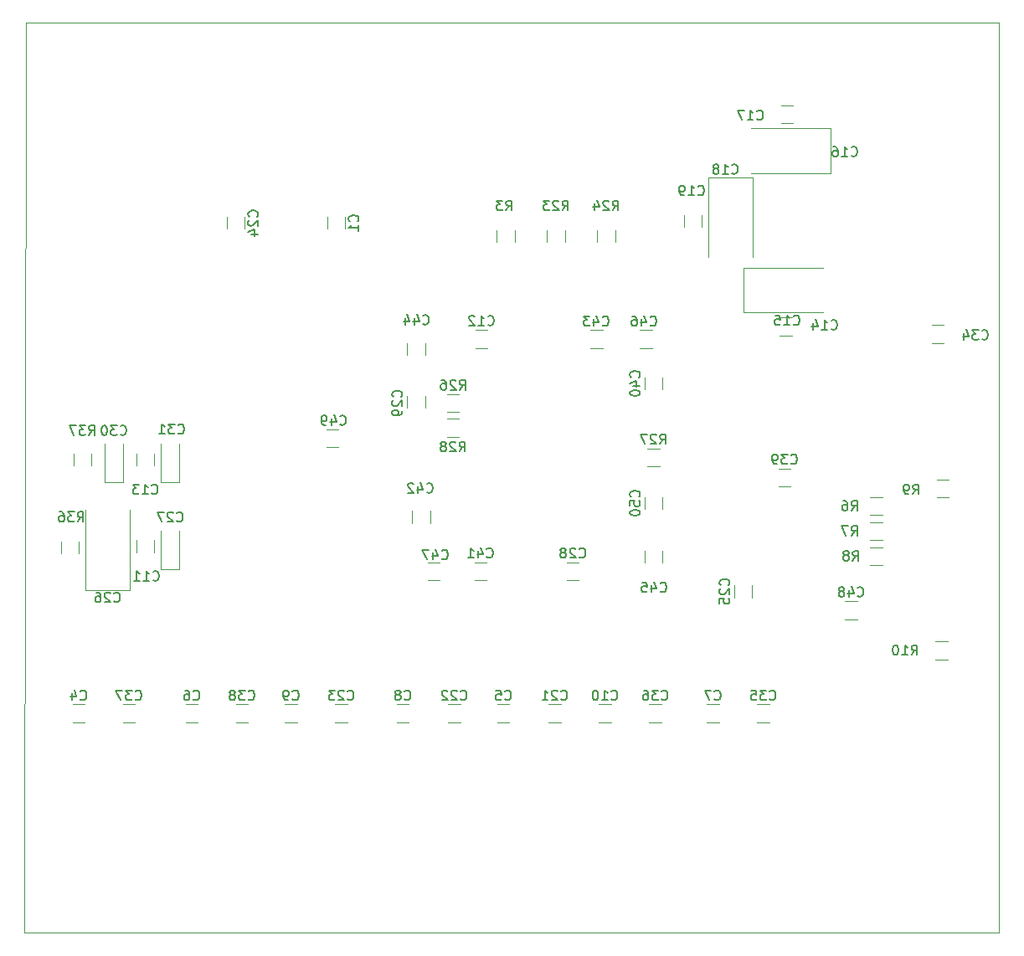
<source format=gbr>
G04 #@! TF.GenerationSoftware,KiCad,Pcbnew,5.1.5+dfsg1-2build2*
G04 #@! TF.CreationDate,2021-07-06T13:38:07+01:00*
G04 #@! TF.ProjectId,Video+Sound,56696465-6f2b-4536-9f75-6e642e6b6963,rev?*
G04 #@! TF.SameCoordinates,Original*
G04 #@! TF.FileFunction,Legend,Bot*
G04 #@! TF.FilePolarity,Positive*
%FSLAX46Y46*%
G04 Gerber Fmt 4.6, Leading zero omitted, Abs format (unit mm)*
G04 Created by KiCad (PCBNEW 5.1.5+dfsg1-2build2) date 2021-07-06 13:38:07*
%MOMM*%
%LPD*%
G04 APERTURE LIST*
%ADD10C,0.050000*%
%ADD11C,0.120000*%
%ADD12C,0.150000*%
G04 APERTURE END LIST*
D10*
X74041000Y-63500000D02*
X73914000Y-155575000D01*
X172466000Y-63500000D02*
X74041000Y-63500000D01*
X172466000Y-155575000D02*
X172466000Y-63500000D01*
X73914000Y-155575000D02*
X172466000Y-155575000D01*
D11*
X147548000Y-79156000D02*
X147548000Y-87216000D01*
X143028000Y-79156000D02*
X147548000Y-79156000D01*
X143028000Y-87216000D02*
X143028000Y-79156000D01*
X155413000Y-78714000D02*
X147353000Y-78714000D01*
X155413000Y-74194000D02*
X155413000Y-78714000D01*
X147353000Y-74194000D02*
X155413000Y-74194000D01*
X146593000Y-88291000D02*
X154653000Y-88291000D01*
X146593000Y-92811000D02*
X146593000Y-88291000D01*
X154653000Y-92811000D02*
X146593000Y-92811000D01*
X166848064Y-95906000D02*
X165643936Y-95906000D01*
X166848064Y-94086000D02*
X165643936Y-94086000D01*
X142388000Y-82960936D02*
X142388000Y-84165064D01*
X140568000Y-82960936D02*
X140568000Y-84165064D01*
X151602064Y-73681000D02*
X150397936Y-73681000D01*
X151602064Y-71861000D02*
X150397936Y-71861000D01*
X150273936Y-93324000D02*
X151478064Y-93324000D01*
X150273936Y-95144000D02*
X151478064Y-95144000D01*
X80036000Y-120869000D02*
X80036000Y-112809000D01*
X84556000Y-120869000D02*
X80036000Y-120869000D01*
X84556000Y-112809000D02*
X84556000Y-120869000D01*
X138410000Y-111497936D02*
X138410000Y-112702064D01*
X136590000Y-111497936D02*
X136590000Y-112702064D01*
X112590000Y-102452064D02*
X112590000Y-101247936D01*
X114410000Y-102452064D02*
X114410000Y-101247936D01*
X129952064Y-119910000D02*
X128747936Y-119910000D01*
X129952064Y-118090000D02*
X128747936Y-118090000D01*
X120702064Y-96410000D02*
X119497936Y-96410000D01*
X120702064Y-94590000D02*
X119497936Y-94590000D01*
X104426936Y-106447000D02*
X105631064Y-106447000D01*
X104426936Y-104627000D02*
X105631064Y-104627000D01*
X158082064Y-122026000D02*
X156877936Y-122026000D01*
X158082064Y-123846000D02*
X156877936Y-123846000D01*
X136590000Y-118102064D02*
X136590000Y-116897936D01*
X138410000Y-118102064D02*
X138410000Y-116897936D01*
X114647936Y-118090000D02*
X115852064Y-118090000D01*
X114647936Y-119910000D02*
X115852064Y-119910000D01*
X136147936Y-94590000D02*
X137352064Y-94590000D01*
X136147936Y-96410000D02*
X137352064Y-96410000D01*
X112590000Y-95897936D02*
X112590000Y-97102064D01*
X114410000Y-95897936D02*
X114410000Y-97102064D01*
X131147936Y-96410000D02*
X132352064Y-96410000D01*
X131147936Y-94590000D02*
X132352064Y-94590000D01*
X113090000Y-114102064D02*
X113090000Y-112897936D01*
X114910000Y-114102064D02*
X114910000Y-112897936D01*
X120602064Y-119910000D02*
X119397936Y-119910000D01*
X120602064Y-118090000D02*
X119397936Y-118090000D01*
X138410000Y-99397936D02*
X138410000Y-100602064D01*
X136590000Y-99397936D02*
X136590000Y-100602064D01*
X150147936Y-110410000D02*
X151352064Y-110410000D01*
X150147936Y-108590000D02*
X151352064Y-108590000D01*
X117852064Y-103590000D02*
X116647936Y-103590000D01*
X117852064Y-105410000D02*
X116647936Y-105410000D01*
X136897936Y-108410000D02*
X138102064Y-108410000D01*
X136897936Y-106590000D02*
X138102064Y-106590000D01*
X117852064Y-101090000D02*
X116647936Y-101090000D01*
X117852064Y-102910000D02*
X116647936Y-102910000D01*
X87016000Y-108298064D02*
X87016000Y-107093936D01*
X85196000Y-108298064D02*
X85196000Y-107093936D01*
X87016000Y-117061064D02*
X87016000Y-115856936D01*
X85196000Y-117061064D02*
X85196000Y-115856936D01*
X89581000Y-106096000D02*
X89581000Y-110006000D01*
X89581000Y-110006000D02*
X87711000Y-110006000D01*
X87711000Y-110006000D02*
X87711000Y-106096000D01*
X83866000Y-106096000D02*
X83866000Y-110006000D01*
X83866000Y-110006000D02*
X81996000Y-110006000D01*
X81996000Y-110006000D02*
X81996000Y-106096000D01*
X89581000Y-114859000D02*
X89581000Y-118769000D01*
X89581000Y-118769000D02*
X87711000Y-118769000D01*
X87711000Y-118769000D02*
X87711000Y-114859000D01*
X131997936Y-134260000D02*
X133202064Y-134260000D01*
X131997936Y-132440000D02*
X133202064Y-132440000D01*
X100244936Y-134260000D02*
X101449064Y-134260000D01*
X100244936Y-132440000D02*
X101449064Y-132440000D01*
X111547936Y-134260000D02*
X112752064Y-134260000D01*
X111547936Y-132440000D02*
X112752064Y-132440000D01*
X142907936Y-134260000D02*
X144112064Y-134260000D01*
X142907936Y-132440000D02*
X144112064Y-132440000D01*
X90202936Y-134260000D02*
X91407064Y-134260000D01*
X90202936Y-132440000D02*
X91407064Y-132440000D01*
X121707936Y-134260000D02*
X122912064Y-134260000D01*
X121707936Y-132440000D02*
X122912064Y-132440000D01*
X78772936Y-134260000D02*
X79977064Y-134260000D01*
X78772936Y-132440000D02*
X79977064Y-132440000D01*
X166021936Y-126090000D02*
X167226064Y-126090000D01*
X166021936Y-127910000D02*
X167226064Y-127910000D01*
X166145936Y-109707000D02*
X167350064Y-109707000D01*
X166145936Y-111527000D02*
X167350064Y-111527000D01*
X160622064Y-116565000D02*
X159417936Y-116565000D01*
X160622064Y-118385000D02*
X159417936Y-118385000D01*
X160622064Y-114025000D02*
X159417936Y-114025000D01*
X160622064Y-115845000D02*
X159417936Y-115845000D01*
X160622064Y-111485000D02*
X159417936Y-111485000D01*
X160622064Y-113305000D02*
X159417936Y-113305000D01*
X80666000Y-108298064D02*
X80666000Y-107093936D01*
X78846000Y-108298064D02*
X78846000Y-107093936D01*
X79396000Y-117185064D02*
X79396000Y-115980936D01*
X77576000Y-117185064D02*
X77576000Y-115980936D01*
X133625000Y-85695064D02*
X133625000Y-84490936D01*
X131805000Y-85695064D02*
X131805000Y-84490936D01*
X128545000Y-85695064D02*
X128545000Y-84490936D01*
X126725000Y-85695064D02*
X126725000Y-84490936D01*
X121645000Y-84490936D02*
X121645000Y-85695064D01*
X123465000Y-84490936D02*
X123465000Y-85695064D01*
X145648000Y-120428936D02*
X145648000Y-121633064D01*
X147468000Y-120428936D02*
X147468000Y-121633064D01*
X96160000Y-84362064D02*
X96160000Y-83157936D01*
X94340000Y-84362064D02*
X94340000Y-83157936D01*
X105327936Y-134260000D02*
X106532064Y-134260000D01*
X105327936Y-132440000D02*
X106532064Y-132440000D01*
X116757936Y-134260000D02*
X117962064Y-134260000D01*
X116757936Y-132440000D02*
X117962064Y-132440000D01*
X126917936Y-134260000D02*
X128122064Y-134260000D01*
X126917936Y-132440000D02*
X128122064Y-132440000D01*
X95282936Y-134260000D02*
X96487064Y-134260000D01*
X95282936Y-132440000D02*
X96487064Y-132440000D01*
X83852936Y-134260000D02*
X85057064Y-134260000D01*
X83852936Y-132440000D02*
X85057064Y-132440000D01*
X137077936Y-134260000D02*
X138282064Y-134260000D01*
X137077936Y-132440000D02*
X138282064Y-132440000D01*
X147987936Y-134260000D02*
X149192064Y-134260000D01*
X147987936Y-132440000D02*
X149192064Y-132440000D01*
X106320000Y-84362064D02*
X106320000Y-83157936D01*
X104500000Y-84362064D02*
X104500000Y-83157936D01*
D12*
X145422857Y-78716142D02*
X145470476Y-78763761D01*
X145613333Y-78811380D01*
X145708571Y-78811380D01*
X145851428Y-78763761D01*
X145946666Y-78668523D01*
X145994285Y-78573285D01*
X146041904Y-78382809D01*
X146041904Y-78239952D01*
X145994285Y-78049476D01*
X145946666Y-77954238D01*
X145851428Y-77859000D01*
X145708571Y-77811380D01*
X145613333Y-77811380D01*
X145470476Y-77859000D01*
X145422857Y-77906619D01*
X144470476Y-78811380D02*
X145041904Y-78811380D01*
X144756190Y-78811380D02*
X144756190Y-77811380D01*
X144851428Y-77954238D01*
X144946666Y-78049476D01*
X145041904Y-78097095D01*
X143899047Y-78239952D02*
X143994285Y-78192333D01*
X144041904Y-78144714D01*
X144089523Y-78049476D01*
X144089523Y-78001857D01*
X144041904Y-77906619D01*
X143994285Y-77859000D01*
X143899047Y-77811380D01*
X143708571Y-77811380D01*
X143613333Y-77859000D01*
X143565714Y-77906619D01*
X143518095Y-78001857D01*
X143518095Y-78049476D01*
X143565714Y-78144714D01*
X143613333Y-78192333D01*
X143708571Y-78239952D01*
X143899047Y-78239952D01*
X143994285Y-78287571D01*
X144041904Y-78335190D01*
X144089523Y-78430428D01*
X144089523Y-78620904D01*
X144041904Y-78716142D01*
X143994285Y-78763761D01*
X143899047Y-78811380D01*
X143708571Y-78811380D01*
X143613333Y-78763761D01*
X143565714Y-78716142D01*
X143518095Y-78620904D01*
X143518095Y-78430428D01*
X143565714Y-78335190D01*
X143613333Y-78287571D01*
X143708571Y-78239952D01*
X157487857Y-76938142D02*
X157535476Y-76985761D01*
X157678333Y-77033380D01*
X157773571Y-77033380D01*
X157916428Y-76985761D01*
X158011666Y-76890523D01*
X158059285Y-76795285D01*
X158106904Y-76604809D01*
X158106904Y-76461952D01*
X158059285Y-76271476D01*
X158011666Y-76176238D01*
X157916428Y-76081000D01*
X157773571Y-76033380D01*
X157678333Y-76033380D01*
X157535476Y-76081000D01*
X157487857Y-76128619D01*
X156535476Y-77033380D02*
X157106904Y-77033380D01*
X156821190Y-77033380D02*
X156821190Y-76033380D01*
X156916428Y-76176238D01*
X157011666Y-76271476D01*
X157106904Y-76319095D01*
X155678333Y-76033380D02*
X155868809Y-76033380D01*
X155964047Y-76081000D01*
X156011666Y-76128619D01*
X156106904Y-76271476D01*
X156154523Y-76461952D01*
X156154523Y-76842904D01*
X156106904Y-76938142D01*
X156059285Y-76985761D01*
X155964047Y-77033380D01*
X155773571Y-77033380D01*
X155678333Y-76985761D01*
X155630714Y-76938142D01*
X155583095Y-76842904D01*
X155583095Y-76604809D01*
X155630714Y-76509571D01*
X155678333Y-76461952D01*
X155773571Y-76414333D01*
X155964047Y-76414333D01*
X156059285Y-76461952D01*
X156106904Y-76509571D01*
X156154523Y-76604809D01*
X151645857Y-94008142D02*
X151693476Y-94055761D01*
X151836333Y-94103380D01*
X151931571Y-94103380D01*
X152074428Y-94055761D01*
X152169666Y-93960523D01*
X152217285Y-93865285D01*
X152264904Y-93674809D01*
X152264904Y-93531952D01*
X152217285Y-93341476D01*
X152169666Y-93246238D01*
X152074428Y-93151000D01*
X151931571Y-93103380D01*
X151836333Y-93103380D01*
X151693476Y-93151000D01*
X151645857Y-93198619D01*
X150693476Y-94103380D02*
X151264904Y-94103380D01*
X150979190Y-94103380D02*
X150979190Y-93103380D01*
X151074428Y-93246238D01*
X151169666Y-93341476D01*
X151264904Y-93389095D01*
X149788714Y-93103380D02*
X150264904Y-93103380D01*
X150312523Y-93579571D01*
X150264904Y-93531952D01*
X150169666Y-93484333D01*
X149931571Y-93484333D01*
X149836333Y-93531952D01*
X149788714Y-93579571D01*
X149741095Y-93674809D01*
X149741095Y-93912904D01*
X149788714Y-94008142D01*
X149836333Y-94055761D01*
X149931571Y-94103380D01*
X150169666Y-94103380D01*
X150264904Y-94055761D01*
X150312523Y-94008142D01*
X170701857Y-95480142D02*
X170749476Y-95527761D01*
X170892333Y-95575380D01*
X170987571Y-95575380D01*
X171130428Y-95527761D01*
X171225666Y-95432523D01*
X171273285Y-95337285D01*
X171320904Y-95146809D01*
X171320904Y-95003952D01*
X171273285Y-94813476D01*
X171225666Y-94718238D01*
X171130428Y-94623000D01*
X170987571Y-94575380D01*
X170892333Y-94575380D01*
X170749476Y-94623000D01*
X170701857Y-94670619D01*
X170368523Y-94575380D02*
X169749476Y-94575380D01*
X170082809Y-94956333D01*
X169939952Y-94956333D01*
X169844714Y-95003952D01*
X169797095Y-95051571D01*
X169749476Y-95146809D01*
X169749476Y-95384904D01*
X169797095Y-95480142D01*
X169844714Y-95527761D01*
X169939952Y-95575380D01*
X170225666Y-95575380D01*
X170320904Y-95527761D01*
X170368523Y-95480142D01*
X168892333Y-94908714D02*
X168892333Y-95575380D01*
X169130428Y-94527761D02*
X169368523Y-95242047D01*
X168749476Y-95242047D01*
X141993857Y-80875142D02*
X142041476Y-80922761D01*
X142184333Y-80970380D01*
X142279571Y-80970380D01*
X142422428Y-80922761D01*
X142517666Y-80827523D01*
X142565285Y-80732285D01*
X142612904Y-80541809D01*
X142612904Y-80398952D01*
X142565285Y-80208476D01*
X142517666Y-80113238D01*
X142422428Y-80018000D01*
X142279571Y-79970380D01*
X142184333Y-79970380D01*
X142041476Y-80018000D01*
X141993857Y-80065619D01*
X141041476Y-80970380D02*
X141612904Y-80970380D01*
X141327190Y-80970380D02*
X141327190Y-79970380D01*
X141422428Y-80113238D01*
X141517666Y-80208476D01*
X141612904Y-80256095D01*
X140565285Y-80970380D02*
X140374809Y-80970380D01*
X140279571Y-80922761D01*
X140231952Y-80875142D01*
X140136714Y-80732285D01*
X140089095Y-80541809D01*
X140089095Y-80160857D01*
X140136714Y-80065619D01*
X140184333Y-80018000D01*
X140279571Y-79970380D01*
X140470047Y-79970380D01*
X140565285Y-80018000D01*
X140612904Y-80065619D01*
X140660523Y-80160857D01*
X140660523Y-80398952D01*
X140612904Y-80494190D01*
X140565285Y-80541809D01*
X140470047Y-80589428D01*
X140279571Y-80589428D01*
X140184333Y-80541809D01*
X140136714Y-80494190D01*
X140089095Y-80398952D01*
X147956857Y-73255142D02*
X148004476Y-73302761D01*
X148147333Y-73350380D01*
X148242571Y-73350380D01*
X148385428Y-73302761D01*
X148480666Y-73207523D01*
X148528285Y-73112285D01*
X148575904Y-72921809D01*
X148575904Y-72778952D01*
X148528285Y-72588476D01*
X148480666Y-72493238D01*
X148385428Y-72398000D01*
X148242571Y-72350380D01*
X148147333Y-72350380D01*
X148004476Y-72398000D01*
X147956857Y-72445619D01*
X147004476Y-73350380D02*
X147575904Y-73350380D01*
X147290190Y-73350380D02*
X147290190Y-72350380D01*
X147385428Y-72493238D01*
X147480666Y-72588476D01*
X147575904Y-72636095D01*
X146671142Y-72350380D02*
X146004476Y-72350380D01*
X146433047Y-73350380D01*
X155455857Y-94464142D02*
X155503476Y-94511761D01*
X155646333Y-94559380D01*
X155741571Y-94559380D01*
X155884428Y-94511761D01*
X155979666Y-94416523D01*
X156027285Y-94321285D01*
X156074904Y-94130809D01*
X156074904Y-93987952D01*
X156027285Y-93797476D01*
X155979666Y-93702238D01*
X155884428Y-93607000D01*
X155741571Y-93559380D01*
X155646333Y-93559380D01*
X155503476Y-93607000D01*
X155455857Y-93654619D01*
X154503476Y-94559380D02*
X155074904Y-94559380D01*
X154789190Y-94559380D02*
X154789190Y-93559380D01*
X154884428Y-93702238D01*
X154979666Y-93797476D01*
X155074904Y-93845095D01*
X153646333Y-93892714D02*
X153646333Y-94559380D01*
X153884428Y-93511761D02*
X154122523Y-94226047D01*
X153503476Y-94226047D01*
X82938857Y-122023142D02*
X82986476Y-122070761D01*
X83129333Y-122118380D01*
X83224571Y-122118380D01*
X83367428Y-122070761D01*
X83462666Y-121975523D01*
X83510285Y-121880285D01*
X83557904Y-121689809D01*
X83557904Y-121546952D01*
X83510285Y-121356476D01*
X83462666Y-121261238D01*
X83367428Y-121166000D01*
X83224571Y-121118380D01*
X83129333Y-121118380D01*
X82986476Y-121166000D01*
X82938857Y-121213619D01*
X82557904Y-121213619D02*
X82510285Y-121166000D01*
X82415047Y-121118380D01*
X82176952Y-121118380D01*
X82081714Y-121166000D01*
X82034095Y-121213619D01*
X81986476Y-121308857D01*
X81986476Y-121404095D01*
X82034095Y-121546952D01*
X82605523Y-122118380D01*
X81986476Y-122118380D01*
X81129333Y-121118380D02*
X81319809Y-121118380D01*
X81415047Y-121166000D01*
X81462666Y-121213619D01*
X81557904Y-121356476D01*
X81605523Y-121546952D01*
X81605523Y-121927904D01*
X81557904Y-122023142D01*
X81510285Y-122070761D01*
X81415047Y-122118380D01*
X81224571Y-122118380D01*
X81129333Y-122070761D01*
X81081714Y-122023142D01*
X81034095Y-121927904D01*
X81034095Y-121689809D01*
X81081714Y-121594571D01*
X81129333Y-121546952D01*
X81224571Y-121499333D01*
X81415047Y-121499333D01*
X81510285Y-121546952D01*
X81557904Y-121594571D01*
X81605523Y-121689809D01*
X136037142Y-111457142D02*
X136084761Y-111409523D01*
X136132380Y-111266666D01*
X136132380Y-111171428D01*
X136084761Y-111028571D01*
X135989523Y-110933333D01*
X135894285Y-110885714D01*
X135703809Y-110838095D01*
X135560952Y-110838095D01*
X135370476Y-110885714D01*
X135275238Y-110933333D01*
X135180000Y-111028571D01*
X135132380Y-111171428D01*
X135132380Y-111266666D01*
X135180000Y-111409523D01*
X135227619Y-111457142D01*
X135132380Y-112361904D02*
X135132380Y-111885714D01*
X135608571Y-111838095D01*
X135560952Y-111885714D01*
X135513333Y-111980952D01*
X135513333Y-112219047D01*
X135560952Y-112314285D01*
X135608571Y-112361904D01*
X135703809Y-112409523D01*
X135941904Y-112409523D01*
X136037142Y-112361904D01*
X136084761Y-112314285D01*
X136132380Y-112219047D01*
X136132380Y-111980952D01*
X136084761Y-111885714D01*
X136037142Y-111838095D01*
X135132380Y-113028571D02*
X135132380Y-113123809D01*
X135180000Y-113219047D01*
X135227619Y-113266666D01*
X135322857Y-113314285D01*
X135513333Y-113361904D01*
X135751428Y-113361904D01*
X135941904Y-113314285D01*
X136037142Y-113266666D01*
X136084761Y-113219047D01*
X136132380Y-113123809D01*
X136132380Y-113028571D01*
X136084761Y-112933333D01*
X136037142Y-112885714D01*
X135941904Y-112838095D01*
X135751428Y-112790476D01*
X135513333Y-112790476D01*
X135322857Y-112838095D01*
X135227619Y-112885714D01*
X135180000Y-112933333D01*
X135132380Y-113028571D01*
X111990142Y-101338142D02*
X112037761Y-101290523D01*
X112085380Y-101147666D01*
X112085380Y-101052428D01*
X112037761Y-100909571D01*
X111942523Y-100814333D01*
X111847285Y-100766714D01*
X111656809Y-100719095D01*
X111513952Y-100719095D01*
X111323476Y-100766714D01*
X111228238Y-100814333D01*
X111133000Y-100909571D01*
X111085380Y-101052428D01*
X111085380Y-101147666D01*
X111133000Y-101290523D01*
X111180619Y-101338142D01*
X111180619Y-101719095D02*
X111133000Y-101766714D01*
X111085380Y-101861952D01*
X111085380Y-102100047D01*
X111133000Y-102195285D01*
X111180619Y-102242904D01*
X111275857Y-102290523D01*
X111371095Y-102290523D01*
X111513952Y-102242904D01*
X112085380Y-101671476D01*
X112085380Y-102290523D01*
X112085380Y-102766714D02*
X112085380Y-102957190D01*
X112037761Y-103052428D01*
X111990142Y-103100047D01*
X111847285Y-103195285D01*
X111656809Y-103242904D01*
X111275857Y-103242904D01*
X111180619Y-103195285D01*
X111133000Y-103147666D01*
X111085380Y-103052428D01*
X111085380Y-102861952D01*
X111133000Y-102766714D01*
X111180619Y-102719095D01*
X111275857Y-102671476D01*
X111513952Y-102671476D01*
X111609190Y-102719095D01*
X111656809Y-102766714D01*
X111704428Y-102861952D01*
X111704428Y-103052428D01*
X111656809Y-103147666D01*
X111609190Y-103195285D01*
X111513952Y-103242904D01*
X129992857Y-117537142D02*
X130040476Y-117584761D01*
X130183333Y-117632380D01*
X130278571Y-117632380D01*
X130421428Y-117584761D01*
X130516666Y-117489523D01*
X130564285Y-117394285D01*
X130611904Y-117203809D01*
X130611904Y-117060952D01*
X130564285Y-116870476D01*
X130516666Y-116775238D01*
X130421428Y-116680000D01*
X130278571Y-116632380D01*
X130183333Y-116632380D01*
X130040476Y-116680000D01*
X129992857Y-116727619D01*
X129611904Y-116727619D02*
X129564285Y-116680000D01*
X129469047Y-116632380D01*
X129230952Y-116632380D01*
X129135714Y-116680000D01*
X129088095Y-116727619D01*
X129040476Y-116822857D01*
X129040476Y-116918095D01*
X129088095Y-117060952D01*
X129659523Y-117632380D01*
X129040476Y-117632380D01*
X128469047Y-117060952D02*
X128564285Y-117013333D01*
X128611904Y-116965714D01*
X128659523Y-116870476D01*
X128659523Y-116822857D01*
X128611904Y-116727619D01*
X128564285Y-116680000D01*
X128469047Y-116632380D01*
X128278571Y-116632380D01*
X128183333Y-116680000D01*
X128135714Y-116727619D01*
X128088095Y-116822857D01*
X128088095Y-116870476D01*
X128135714Y-116965714D01*
X128183333Y-117013333D01*
X128278571Y-117060952D01*
X128469047Y-117060952D01*
X128564285Y-117108571D01*
X128611904Y-117156190D01*
X128659523Y-117251428D01*
X128659523Y-117441904D01*
X128611904Y-117537142D01*
X128564285Y-117584761D01*
X128469047Y-117632380D01*
X128278571Y-117632380D01*
X128183333Y-117584761D01*
X128135714Y-117537142D01*
X128088095Y-117441904D01*
X128088095Y-117251428D01*
X128135714Y-117156190D01*
X128183333Y-117108571D01*
X128278571Y-117060952D01*
X120742857Y-94037142D02*
X120790476Y-94084761D01*
X120933333Y-94132380D01*
X121028571Y-94132380D01*
X121171428Y-94084761D01*
X121266666Y-93989523D01*
X121314285Y-93894285D01*
X121361904Y-93703809D01*
X121361904Y-93560952D01*
X121314285Y-93370476D01*
X121266666Y-93275238D01*
X121171428Y-93180000D01*
X121028571Y-93132380D01*
X120933333Y-93132380D01*
X120790476Y-93180000D01*
X120742857Y-93227619D01*
X119790476Y-94132380D02*
X120361904Y-94132380D01*
X120076190Y-94132380D02*
X120076190Y-93132380D01*
X120171428Y-93275238D01*
X120266666Y-93370476D01*
X120361904Y-93418095D01*
X119409523Y-93227619D02*
X119361904Y-93180000D01*
X119266666Y-93132380D01*
X119028571Y-93132380D01*
X118933333Y-93180000D01*
X118885714Y-93227619D01*
X118838095Y-93322857D01*
X118838095Y-93418095D01*
X118885714Y-93560952D01*
X119457142Y-94132380D01*
X118838095Y-94132380D01*
X105798857Y-104116142D02*
X105846476Y-104163761D01*
X105989333Y-104211380D01*
X106084571Y-104211380D01*
X106227428Y-104163761D01*
X106322666Y-104068523D01*
X106370285Y-103973285D01*
X106417904Y-103782809D01*
X106417904Y-103639952D01*
X106370285Y-103449476D01*
X106322666Y-103354238D01*
X106227428Y-103259000D01*
X106084571Y-103211380D01*
X105989333Y-103211380D01*
X105846476Y-103259000D01*
X105798857Y-103306619D01*
X104941714Y-103544714D02*
X104941714Y-104211380D01*
X105179809Y-103163761D02*
X105417904Y-103878047D01*
X104798857Y-103878047D01*
X104370285Y-104211380D02*
X104179809Y-104211380D01*
X104084571Y-104163761D01*
X104036952Y-104116142D01*
X103941714Y-103973285D01*
X103894095Y-103782809D01*
X103894095Y-103401857D01*
X103941714Y-103306619D01*
X103989333Y-103259000D01*
X104084571Y-103211380D01*
X104275047Y-103211380D01*
X104370285Y-103259000D01*
X104417904Y-103306619D01*
X104465523Y-103401857D01*
X104465523Y-103639952D01*
X104417904Y-103735190D01*
X104370285Y-103782809D01*
X104275047Y-103830428D01*
X104084571Y-103830428D01*
X103989333Y-103782809D01*
X103941714Y-103735190D01*
X103894095Y-103639952D01*
X158122857Y-121473142D02*
X158170476Y-121520761D01*
X158313333Y-121568380D01*
X158408571Y-121568380D01*
X158551428Y-121520761D01*
X158646666Y-121425523D01*
X158694285Y-121330285D01*
X158741904Y-121139809D01*
X158741904Y-120996952D01*
X158694285Y-120806476D01*
X158646666Y-120711238D01*
X158551428Y-120616000D01*
X158408571Y-120568380D01*
X158313333Y-120568380D01*
X158170476Y-120616000D01*
X158122857Y-120663619D01*
X157265714Y-120901714D02*
X157265714Y-121568380D01*
X157503809Y-120520761D02*
X157741904Y-121235047D01*
X157122857Y-121235047D01*
X156599047Y-120996952D02*
X156694285Y-120949333D01*
X156741904Y-120901714D01*
X156789523Y-120806476D01*
X156789523Y-120758857D01*
X156741904Y-120663619D01*
X156694285Y-120616000D01*
X156599047Y-120568380D01*
X156408571Y-120568380D01*
X156313333Y-120616000D01*
X156265714Y-120663619D01*
X156218095Y-120758857D01*
X156218095Y-120806476D01*
X156265714Y-120901714D01*
X156313333Y-120949333D01*
X156408571Y-120996952D01*
X156599047Y-120996952D01*
X156694285Y-121044571D01*
X156741904Y-121092190D01*
X156789523Y-121187428D01*
X156789523Y-121377904D01*
X156741904Y-121473142D01*
X156694285Y-121520761D01*
X156599047Y-121568380D01*
X156408571Y-121568380D01*
X156313333Y-121520761D01*
X156265714Y-121473142D01*
X156218095Y-121377904D01*
X156218095Y-121187428D01*
X156265714Y-121092190D01*
X156313333Y-121044571D01*
X156408571Y-120996952D01*
X138183857Y-121007142D02*
X138231476Y-121054761D01*
X138374333Y-121102380D01*
X138469571Y-121102380D01*
X138612428Y-121054761D01*
X138707666Y-120959523D01*
X138755285Y-120864285D01*
X138802904Y-120673809D01*
X138802904Y-120530952D01*
X138755285Y-120340476D01*
X138707666Y-120245238D01*
X138612428Y-120150000D01*
X138469571Y-120102380D01*
X138374333Y-120102380D01*
X138231476Y-120150000D01*
X138183857Y-120197619D01*
X137326714Y-120435714D02*
X137326714Y-121102380D01*
X137564809Y-120054761D02*
X137802904Y-120769047D01*
X137183857Y-120769047D01*
X136326714Y-120102380D02*
X136802904Y-120102380D01*
X136850523Y-120578571D01*
X136802904Y-120530952D01*
X136707666Y-120483333D01*
X136469571Y-120483333D01*
X136374333Y-120530952D01*
X136326714Y-120578571D01*
X136279095Y-120673809D01*
X136279095Y-120911904D01*
X136326714Y-121007142D01*
X136374333Y-121054761D01*
X136469571Y-121102380D01*
X136707666Y-121102380D01*
X136802904Y-121054761D01*
X136850523Y-121007142D01*
X116085857Y-117705142D02*
X116133476Y-117752761D01*
X116276333Y-117800380D01*
X116371571Y-117800380D01*
X116514428Y-117752761D01*
X116609666Y-117657523D01*
X116657285Y-117562285D01*
X116704904Y-117371809D01*
X116704904Y-117228952D01*
X116657285Y-117038476D01*
X116609666Y-116943238D01*
X116514428Y-116848000D01*
X116371571Y-116800380D01*
X116276333Y-116800380D01*
X116133476Y-116848000D01*
X116085857Y-116895619D01*
X115228714Y-117133714D02*
X115228714Y-117800380D01*
X115466809Y-116752761D02*
X115704904Y-117467047D01*
X115085857Y-117467047D01*
X114800142Y-116800380D02*
X114133476Y-116800380D01*
X114562047Y-117800380D01*
X137167857Y-94083142D02*
X137215476Y-94130761D01*
X137358333Y-94178380D01*
X137453571Y-94178380D01*
X137596428Y-94130761D01*
X137691666Y-94035523D01*
X137739285Y-93940285D01*
X137786904Y-93749809D01*
X137786904Y-93606952D01*
X137739285Y-93416476D01*
X137691666Y-93321238D01*
X137596428Y-93226000D01*
X137453571Y-93178380D01*
X137358333Y-93178380D01*
X137215476Y-93226000D01*
X137167857Y-93273619D01*
X136310714Y-93511714D02*
X136310714Y-94178380D01*
X136548809Y-93130761D02*
X136786904Y-93845047D01*
X136167857Y-93845047D01*
X135358333Y-93178380D02*
X135548809Y-93178380D01*
X135644047Y-93226000D01*
X135691666Y-93273619D01*
X135786904Y-93416476D01*
X135834523Y-93606952D01*
X135834523Y-93987904D01*
X135786904Y-94083142D01*
X135739285Y-94130761D01*
X135644047Y-94178380D01*
X135453571Y-94178380D01*
X135358333Y-94130761D01*
X135310714Y-94083142D01*
X135263095Y-93987904D01*
X135263095Y-93749809D01*
X135310714Y-93654571D01*
X135358333Y-93606952D01*
X135453571Y-93559333D01*
X135644047Y-93559333D01*
X135739285Y-93606952D01*
X135786904Y-93654571D01*
X135834523Y-93749809D01*
X114180857Y-93956142D02*
X114228476Y-94003761D01*
X114371333Y-94051380D01*
X114466571Y-94051380D01*
X114609428Y-94003761D01*
X114704666Y-93908523D01*
X114752285Y-93813285D01*
X114799904Y-93622809D01*
X114799904Y-93479952D01*
X114752285Y-93289476D01*
X114704666Y-93194238D01*
X114609428Y-93099000D01*
X114466571Y-93051380D01*
X114371333Y-93051380D01*
X114228476Y-93099000D01*
X114180857Y-93146619D01*
X113323714Y-93384714D02*
X113323714Y-94051380D01*
X113561809Y-93003761D02*
X113799904Y-93718047D01*
X113180857Y-93718047D01*
X112371333Y-93384714D02*
X112371333Y-94051380D01*
X112609428Y-93003761D02*
X112847523Y-93718047D01*
X112228476Y-93718047D01*
X132341857Y-94083142D02*
X132389476Y-94130761D01*
X132532333Y-94178380D01*
X132627571Y-94178380D01*
X132770428Y-94130761D01*
X132865666Y-94035523D01*
X132913285Y-93940285D01*
X132960904Y-93749809D01*
X132960904Y-93606952D01*
X132913285Y-93416476D01*
X132865666Y-93321238D01*
X132770428Y-93226000D01*
X132627571Y-93178380D01*
X132532333Y-93178380D01*
X132389476Y-93226000D01*
X132341857Y-93273619D01*
X131484714Y-93511714D02*
X131484714Y-94178380D01*
X131722809Y-93130761D02*
X131960904Y-93845047D01*
X131341857Y-93845047D01*
X131056142Y-93178380D02*
X130437095Y-93178380D01*
X130770428Y-93559333D01*
X130627571Y-93559333D01*
X130532333Y-93606952D01*
X130484714Y-93654571D01*
X130437095Y-93749809D01*
X130437095Y-93987904D01*
X130484714Y-94083142D01*
X130532333Y-94130761D01*
X130627571Y-94178380D01*
X130913285Y-94178380D01*
X131008523Y-94130761D01*
X131056142Y-94083142D01*
X114561857Y-110974142D02*
X114609476Y-111021761D01*
X114752333Y-111069380D01*
X114847571Y-111069380D01*
X114990428Y-111021761D01*
X115085666Y-110926523D01*
X115133285Y-110831285D01*
X115180904Y-110640809D01*
X115180904Y-110497952D01*
X115133285Y-110307476D01*
X115085666Y-110212238D01*
X114990428Y-110117000D01*
X114847571Y-110069380D01*
X114752333Y-110069380D01*
X114609476Y-110117000D01*
X114561857Y-110164619D01*
X113704714Y-110402714D02*
X113704714Y-111069380D01*
X113942809Y-110021761D02*
X114180904Y-110736047D01*
X113561857Y-110736047D01*
X113228523Y-110164619D02*
X113180904Y-110117000D01*
X113085666Y-110069380D01*
X112847571Y-110069380D01*
X112752333Y-110117000D01*
X112704714Y-110164619D01*
X112657095Y-110259857D01*
X112657095Y-110355095D01*
X112704714Y-110497952D01*
X113276142Y-111069380D01*
X112657095Y-111069380D01*
X120642857Y-117537142D02*
X120690476Y-117584761D01*
X120833333Y-117632380D01*
X120928571Y-117632380D01*
X121071428Y-117584761D01*
X121166666Y-117489523D01*
X121214285Y-117394285D01*
X121261904Y-117203809D01*
X121261904Y-117060952D01*
X121214285Y-116870476D01*
X121166666Y-116775238D01*
X121071428Y-116680000D01*
X120928571Y-116632380D01*
X120833333Y-116632380D01*
X120690476Y-116680000D01*
X120642857Y-116727619D01*
X119785714Y-116965714D02*
X119785714Y-117632380D01*
X120023809Y-116584761D02*
X120261904Y-117299047D01*
X119642857Y-117299047D01*
X118738095Y-117632380D02*
X119309523Y-117632380D01*
X119023809Y-117632380D02*
X119023809Y-116632380D01*
X119119047Y-116775238D01*
X119214285Y-116870476D01*
X119309523Y-116918095D01*
X136037142Y-99357142D02*
X136084761Y-99309523D01*
X136132380Y-99166666D01*
X136132380Y-99071428D01*
X136084761Y-98928571D01*
X135989523Y-98833333D01*
X135894285Y-98785714D01*
X135703809Y-98738095D01*
X135560952Y-98738095D01*
X135370476Y-98785714D01*
X135275238Y-98833333D01*
X135180000Y-98928571D01*
X135132380Y-99071428D01*
X135132380Y-99166666D01*
X135180000Y-99309523D01*
X135227619Y-99357142D01*
X135465714Y-100214285D02*
X136132380Y-100214285D01*
X135084761Y-99976190D02*
X135799047Y-99738095D01*
X135799047Y-100357142D01*
X135132380Y-100928571D02*
X135132380Y-101023809D01*
X135180000Y-101119047D01*
X135227619Y-101166666D01*
X135322857Y-101214285D01*
X135513333Y-101261904D01*
X135751428Y-101261904D01*
X135941904Y-101214285D01*
X136037142Y-101166666D01*
X136084761Y-101119047D01*
X136132380Y-101023809D01*
X136132380Y-100928571D01*
X136084761Y-100833333D01*
X136037142Y-100785714D01*
X135941904Y-100738095D01*
X135751428Y-100690476D01*
X135513333Y-100690476D01*
X135322857Y-100738095D01*
X135227619Y-100785714D01*
X135180000Y-100833333D01*
X135132380Y-100928571D01*
X151391857Y-108053142D02*
X151439476Y-108100761D01*
X151582333Y-108148380D01*
X151677571Y-108148380D01*
X151820428Y-108100761D01*
X151915666Y-108005523D01*
X151963285Y-107910285D01*
X152010904Y-107719809D01*
X152010904Y-107576952D01*
X151963285Y-107386476D01*
X151915666Y-107291238D01*
X151820428Y-107196000D01*
X151677571Y-107148380D01*
X151582333Y-107148380D01*
X151439476Y-107196000D01*
X151391857Y-107243619D01*
X151058523Y-107148380D02*
X150439476Y-107148380D01*
X150772809Y-107529333D01*
X150629952Y-107529333D01*
X150534714Y-107576952D01*
X150487095Y-107624571D01*
X150439476Y-107719809D01*
X150439476Y-107957904D01*
X150487095Y-108053142D01*
X150534714Y-108100761D01*
X150629952Y-108148380D01*
X150915666Y-108148380D01*
X151010904Y-108100761D01*
X151058523Y-108053142D01*
X149963285Y-108148380D02*
X149772809Y-108148380D01*
X149677571Y-108100761D01*
X149629952Y-108053142D01*
X149534714Y-107910285D01*
X149487095Y-107719809D01*
X149487095Y-107338857D01*
X149534714Y-107243619D01*
X149582333Y-107196000D01*
X149677571Y-107148380D01*
X149868047Y-107148380D01*
X149963285Y-107196000D01*
X150010904Y-107243619D01*
X150058523Y-107338857D01*
X150058523Y-107576952D01*
X150010904Y-107672190D01*
X149963285Y-107719809D01*
X149868047Y-107767428D01*
X149677571Y-107767428D01*
X149582333Y-107719809D01*
X149534714Y-107672190D01*
X149487095Y-107576952D01*
X117863857Y-106878380D02*
X118197190Y-106402190D01*
X118435285Y-106878380D02*
X118435285Y-105878380D01*
X118054333Y-105878380D01*
X117959095Y-105926000D01*
X117911476Y-105973619D01*
X117863857Y-106068857D01*
X117863857Y-106211714D01*
X117911476Y-106306952D01*
X117959095Y-106354571D01*
X118054333Y-106402190D01*
X118435285Y-106402190D01*
X117482904Y-105973619D02*
X117435285Y-105926000D01*
X117340047Y-105878380D01*
X117101952Y-105878380D01*
X117006714Y-105926000D01*
X116959095Y-105973619D01*
X116911476Y-106068857D01*
X116911476Y-106164095D01*
X116959095Y-106306952D01*
X117530523Y-106878380D01*
X116911476Y-106878380D01*
X116340047Y-106306952D02*
X116435285Y-106259333D01*
X116482904Y-106211714D01*
X116530523Y-106116476D01*
X116530523Y-106068857D01*
X116482904Y-105973619D01*
X116435285Y-105926000D01*
X116340047Y-105878380D01*
X116149571Y-105878380D01*
X116054333Y-105926000D01*
X116006714Y-105973619D01*
X115959095Y-106068857D01*
X115959095Y-106116476D01*
X116006714Y-106211714D01*
X116054333Y-106259333D01*
X116149571Y-106306952D01*
X116340047Y-106306952D01*
X116435285Y-106354571D01*
X116482904Y-106402190D01*
X116530523Y-106497428D01*
X116530523Y-106687904D01*
X116482904Y-106783142D01*
X116435285Y-106830761D01*
X116340047Y-106878380D01*
X116149571Y-106878380D01*
X116054333Y-106830761D01*
X116006714Y-106783142D01*
X115959095Y-106687904D01*
X115959095Y-106497428D01*
X116006714Y-106402190D01*
X116054333Y-106354571D01*
X116149571Y-106306952D01*
X138142857Y-106116380D02*
X138476190Y-105640190D01*
X138714285Y-106116380D02*
X138714285Y-105116380D01*
X138333333Y-105116380D01*
X138238095Y-105164000D01*
X138190476Y-105211619D01*
X138142857Y-105306857D01*
X138142857Y-105449714D01*
X138190476Y-105544952D01*
X138238095Y-105592571D01*
X138333333Y-105640190D01*
X138714285Y-105640190D01*
X137761904Y-105211619D02*
X137714285Y-105164000D01*
X137619047Y-105116380D01*
X137380952Y-105116380D01*
X137285714Y-105164000D01*
X137238095Y-105211619D01*
X137190476Y-105306857D01*
X137190476Y-105402095D01*
X137238095Y-105544952D01*
X137809523Y-106116380D01*
X137190476Y-106116380D01*
X136857142Y-105116380D02*
X136190476Y-105116380D01*
X136619047Y-106116380D01*
X117892857Y-100632380D02*
X118226190Y-100156190D01*
X118464285Y-100632380D02*
X118464285Y-99632380D01*
X118083333Y-99632380D01*
X117988095Y-99680000D01*
X117940476Y-99727619D01*
X117892857Y-99822857D01*
X117892857Y-99965714D01*
X117940476Y-100060952D01*
X117988095Y-100108571D01*
X118083333Y-100156190D01*
X118464285Y-100156190D01*
X117511904Y-99727619D02*
X117464285Y-99680000D01*
X117369047Y-99632380D01*
X117130952Y-99632380D01*
X117035714Y-99680000D01*
X116988095Y-99727619D01*
X116940476Y-99822857D01*
X116940476Y-99918095D01*
X116988095Y-100060952D01*
X117559523Y-100632380D01*
X116940476Y-100632380D01*
X116083333Y-99632380D02*
X116273809Y-99632380D01*
X116369047Y-99680000D01*
X116416666Y-99727619D01*
X116511904Y-99870476D01*
X116559523Y-100060952D01*
X116559523Y-100441904D01*
X116511904Y-100537142D01*
X116464285Y-100584761D01*
X116369047Y-100632380D01*
X116178571Y-100632380D01*
X116083333Y-100584761D01*
X116035714Y-100537142D01*
X115988095Y-100441904D01*
X115988095Y-100203809D01*
X116035714Y-100108571D01*
X116083333Y-100060952D01*
X116178571Y-100013333D01*
X116369047Y-100013333D01*
X116464285Y-100060952D01*
X116511904Y-100108571D01*
X116559523Y-100203809D01*
X86748857Y-111101142D02*
X86796476Y-111148761D01*
X86939333Y-111196380D01*
X87034571Y-111196380D01*
X87177428Y-111148761D01*
X87272666Y-111053523D01*
X87320285Y-110958285D01*
X87367904Y-110767809D01*
X87367904Y-110624952D01*
X87320285Y-110434476D01*
X87272666Y-110339238D01*
X87177428Y-110244000D01*
X87034571Y-110196380D01*
X86939333Y-110196380D01*
X86796476Y-110244000D01*
X86748857Y-110291619D01*
X85796476Y-111196380D02*
X86367904Y-111196380D01*
X86082190Y-111196380D02*
X86082190Y-110196380D01*
X86177428Y-110339238D01*
X86272666Y-110434476D01*
X86367904Y-110482095D01*
X85463142Y-110196380D02*
X84844095Y-110196380D01*
X85177428Y-110577333D01*
X85034571Y-110577333D01*
X84939333Y-110624952D01*
X84891714Y-110672571D01*
X84844095Y-110767809D01*
X84844095Y-111005904D01*
X84891714Y-111101142D01*
X84939333Y-111148761D01*
X85034571Y-111196380D01*
X85320285Y-111196380D01*
X85415523Y-111148761D01*
X85463142Y-111101142D01*
X86875857Y-119864142D02*
X86923476Y-119911761D01*
X87066333Y-119959380D01*
X87161571Y-119959380D01*
X87304428Y-119911761D01*
X87399666Y-119816523D01*
X87447285Y-119721285D01*
X87494904Y-119530809D01*
X87494904Y-119387952D01*
X87447285Y-119197476D01*
X87399666Y-119102238D01*
X87304428Y-119007000D01*
X87161571Y-118959380D01*
X87066333Y-118959380D01*
X86923476Y-119007000D01*
X86875857Y-119054619D01*
X85923476Y-119959380D02*
X86494904Y-119959380D01*
X86209190Y-119959380D02*
X86209190Y-118959380D01*
X86304428Y-119102238D01*
X86399666Y-119197476D01*
X86494904Y-119245095D01*
X84971095Y-119959380D02*
X85542523Y-119959380D01*
X85256809Y-119959380D02*
X85256809Y-118959380D01*
X85352047Y-119102238D01*
X85447285Y-119197476D01*
X85542523Y-119245095D01*
X89415857Y-105005142D02*
X89463476Y-105052761D01*
X89606333Y-105100380D01*
X89701571Y-105100380D01*
X89844428Y-105052761D01*
X89939666Y-104957523D01*
X89987285Y-104862285D01*
X90034904Y-104671809D01*
X90034904Y-104528952D01*
X89987285Y-104338476D01*
X89939666Y-104243238D01*
X89844428Y-104148000D01*
X89701571Y-104100380D01*
X89606333Y-104100380D01*
X89463476Y-104148000D01*
X89415857Y-104195619D01*
X89082523Y-104100380D02*
X88463476Y-104100380D01*
X88796809Y-104481333D01*
X88653952Y-104481333D01*
X88558714Y-104528952D01*
X88511095Y-104576571D01*
X88463476Y-104671809D01*
X88463476Y-104909904D01*
X88511095Y-105005142D01*
X88558714Y-105052761D01*
X88653952Y-105100380D01*
X88939666Y-105100380D01*
X89034904Y-105052761D01*
X89082523Y-105005142D01*
X87511095Y-105100380D02*
X88082523Y-105100380D01*
X87796809Y-105100380D02*
X87796809Y-104100380D01*
X87892047Y-104243238D01*
X87987285Y-104338476D01*
X88082523Y-104386095D01*
X83573857Y-105132142D02*
X83621476Y-105179761D01*
X83764333Y-105227380D01*
X83859571Y-105227380D01*
X84002428Y-105179761D01*
X84097666Y-105084523D01*
X84145285Y-104989285D01*
X84192904Y-104798809D01*
X84192904Y-104655952D01*
X84145285Y-104465476D01*
X84097666Y-104370238D01*
X84002428Y-104275000D01*
X83859571Y-104227380D01*
X83764333Y-104227380D01*
X83621476Y-104275000D01*
X83573857Y-104322619D01*
X83240523Y-104227380D02*
X82621476Y-104227380D01*
X82954809Y-104608333D01*
X82811952Y-104608333D01*
X82716714Y-104655952D01*
X82669095Y-104703571D01*
X82621476Y-104798809D01*
X82621476Y-105036904D01*
X82669095Y-105132142D01*
X82716714Y-105179761D01*
X82811952Y-105227380D01*
X83097666Y-105227380D01*
X83192904Y-105179761D01*
X83240523Y-105132142D01*
X82002428Y-104227380D02*
X81907190Y-104227380D01*
X81811952Y-104275000D01*
X81764333Y-104322619D01*
X81716714Y-104417857D01*
X81669095Y-104608333D01*
X81669095Y-104846428D01*
X81716714Y-105036904D01*
X81764333Y-105132142D01*
X81811952Y-105179761D01*
X81907190Y-105227380D01*
X82002428Y-105227380D01*
X82097666Y-105179761D01*
X82145285Y-105132142D01*
X82192904Y-105036904D01*
X82240523Y-104846428D01*
X82240523Y-104608333D01*
X82192904Y-104417857D01*
X82145285Y-104322619D01*
X82097666Y-104275000D01*
X82002428Y-104227380D01*
X89288857Y-113895142D02*
X89336476Y-113942761D01*
X89479333Y-113990380D01*
X89574571Y-113990380D01*
X89717428Y-113942761D01*
X89812666Y-113847523D01*
X89860285Y-113752285D01*
X89907904Y-113561809D01*
X89907904Y-113418952D01*
X89860285Y-113228476D01*
X89812666Y-113133238D01*
X89717428Y-113038000D01*
X89574571Y-112990380D01*
X89479333Y-112990380D01*
X89336476Y-113038000D01*
X89288857Y-113085619D01*
X88907904Y-113085619D02*
X88860285Y-113038000D01*
X88765047Y-112990380D01*
X88526952Y-112990380D01*
X88431714Y-113038000D01*
X88384095Y-113085619D01*
X88336476Y-113180857D01*
X88336476Y-113276095D01*
X88384095Y-113418952D01*
X88955523Y-113990380D01*
X88336476Y-113990380D01*
X88003142Y-112990380D02*
X87336476Y-112990380D01*
X87765047Y-113990380D01*
X133242857Y-131929142D02*
X133290476Y-131976761D01*
X133433333Y-132024380D01*
X133528571Y-132024380D01*
X133671428Y-131976761D01*
X133766666Y-131881523D01*
X133814285Y-131786285D01*
X133861904Y-131595809D01*
X133861904Y-131452952D01*
X133814285Y-131262476D01*
X133766666Y-131167238D01*
X133671428Y-131072000D01*
X133528571Y-131024380D01*
X133433333Y-131024380D01*
X133290476Y-131072000D01*
X133242857Y-131119619D01*
X132290476Y-132024380D02*
X132861904Y-132024380D01*
X132576190Y-132024380D02*
X132576190Y-131024380D01*
X132671428Y-131167238D01*
X132766666Y-131262476D01*
X132861904Y-131310095D01*
X131671428Y-131024380D02*
X131576190Y-131024380D01*
X131480952Y-131072000D01*
X131433333Y-131119619D01*
X131385714Y-131214857D01*
X131338095Y-131405333D01*
X131338095Y-131643428D01*
X131385714Y-131833904D01*
X131433333Y-131929142D01*
X131480952Y-131976761D01*
X131576190Y-132024380D01*
X131671428Y-132024380D01*
X131766666Y-131976761D01*
X131814285Y-131929142D01*
X131861904Y-131833904D01*
X131909523Y-131643428D01*
X131909523Y-131405333D01*
X131861904Y-131214857D01*
X131814285Y-131119619D01*
X131766666Y-131072000D01*
X131671428Y-131024380D01*
X101013666Y-131929142D02*
X101061285Y-131976761D01*
X101204142Y-132024380D01*
X101299380Y-132024380D01*
X101442238Y-131976761D01*
X101537476Y-131881523D01*
X101585095Y-131786285D01*
X101632714Y-131595809D01*
X101632714Y-131452952D01*
X101585095Y-131262476D01*
X101537476Y-131167238D01*
X101442238Y-131072000D01*
X101299380Y-131024380D01*
X101204142Y-131024380D01*
X101061285Y-131072000D01*
X101013666Y-131119619D01*
X100537476Y-132024380D02*
X100347000Y-132024380D01*
X100251761Y-131976761D01*
X100204142Y-131929142D01*
X100108904Y-131786285D01*
X100061285Y-131595809D01*
X100061285Y-131214857D01*
X100108904Y-131119619D01*
X100156523Y-131072000D01*
X100251761Y-131024380D01*
X100442238Y-131024380D01*
X100537476Y-131072000D01*
X100585095Y-131119619D01*
X100632714Y-131214857D01*
X100632714Y-131452952D01*
X100585095Y-131548190D01*
X100537476Y-131595809D01*
X100442238Y-131643428D01*
X100251761Y-131643428D01*
X100156523Y-131595809D01*
X100108904Y-131548190D01*
X100061285Y-131452952D01*
X112319666Y-131929142D02*
X112367285Y-131976761D01*
X112510142Y-132024380D01*
X112605380Y-132024380D01*
X112748238Y-131976761D01*
X112843476Y-131881523D01*
X112891095Y-131786285D01*
X112938714Y-131595809D01*
X112938714Y-131452952D01*
X112891095Y-131262476D01*
X112843476Y-131167238D01*
X112748238Y-131072000D01*
X112605380Y-131024380D01*
X112510142Y-131024380D01*
X112367285Y-131072000D01*
X112319666Y-131119619D01*
X111748238Y-131452952D02*
X111843476Y-131405333D01*
X111891095Y-131357714D01*
X111938714Y-131262476D01*
X111938714Y-131214857D01*
X111891095Y-131119619D01*
X111843476Y-131072000D01*
X111748238Y-131024380D01*
X111557761Y-131024380D01*
X111462523Y-131072000D01*
X111414904Y-131119619D01*
X111367285Y-131214857D01*
X111367285Y-131262476D01*
X111414904Y-131357714D01*
X111462523Y-131405333D01*
X111557761Y-131452952D01*
X111748238Y-131452952D01*
X111843476Y-131500571D01*
X111891095Y-131548190D01*
X111938714Y-131643428D01*
X111938714Y-131833904D01*
X111891095Y-131929142D01*
X111843476Y-131976761D01*
X111748238Y-132024380D01*
X111557761Y-132024380D01*
X111462523Y-131976761D01*
X111414904Y-131929142D01*
X111367285Y-131833904D01*
X111367285Y-131643428D01*
X111414904Y-131548190D01*
X111462523Y-131500571D01*
X111557761Y-131452952D01*
X143676666Y-131929142D02*
X143724285Y-131976761D01*
X143867142Y-132024380D01*
X143962380Y-132024380D01*
X144105238Y-131976761D01*
X144200476Y-131881523D01*
X144248095Y-131786285D01*
X144295714Y-131595809D01*
X144295714Y-131452952D01*
X144248095Y-131262476D01*
X144200476Y-131167238D01*
X144105238Y-131072000D01*
X143962380Y-131024380D01*
X143867142Y-131024380D01*
X143724285Y-131072000D01*
X143676666Y-131119619D01*
X143343333Y-131024380D02*
X142676666Y-131024380D01*
X143105238Y-132024380D01*
X90971666Y-131929142D02*
X91019285Y-131976761D01*
X91162142Y-132024380D01*
X91257380Y-132024380D01*
X91400238Y-131976761D01*
X91495476Y-131881523D01*
X91543095Y-131786285D01*
X91590714Y-131595809D01*
X91590714Y-131452952D01*
X91543095Y-131262476D01*
X91495476Y-131167238D01*
X91400238Y-131072000D01*
X91257380Y-131024380D01*
X91162142Y-131024380D01*
X91019285Y-131072000D01*
X90971666Y-131119619D01*
X90114523Y-131024380D02*
X90305000Y-131024380D01*
X90400238Y-131072000D01*
X90447857Y-131119619D01*
X90543095Y-131262476D01*
X90590714Y-131452952D01*
X90590714Y-131833904D01*
X90543095Y-131929142D01*
X90495476Y-131976761D01*
X90400238Y-132024380D01*
X90209761Y-132024380D01*
X90114523Y-131976761D01*
X90066904Y-131929142D01*
X90019285Y-131833904D01*
X90019285Y-131595809D01*
X90066904Y-131500571D01*
X90114523Y-131452952D01*
X90209761Y-131405333D01*
X90400238Y-131405333D01*
X90495476Y-131452952D01*
X90543095Y-131500571D01*
X90590714Y-131595809D01*
X122479666Y-131929142D02*
X122527285Y-131976761D01*
X122670142Y-132024380D01*
X122765380Y-132024380D01*
X122908238Y-131976761D01*
X123003476Y-131881523D01*
X123051095Y-131786285D01*
X123098714Y-131595809D01*
X123098714Y-131452952D01*
X123051095Y-131262476D01*
X123003476Y-131167238D01*
X122908238Y-131072000D01*
X122765380Y-131024380D01*
X122670142Y-131024380D01*
X122527285Y-131072000D01*
X122479666Y-131119619D01*
X121574904Y-131024380D02*
X122051095Y-131024380D01*
X122098714Y-131500571D01*
X122051095Y-131452952D01*
X121955857Y-131405333D01*
X121717761Y-131405333D01*
X121622523Y-131452952D01*
X121574904Y-131500571D01*
X121527285Y-131595809D01*
X121527285Y-131833904D01*
X121574904Y-131929142D01*
X121622523Y-131976761D01*
X121717761Y-132024380D01*
X121955857Y-132024380D01*
X122051095Y-131976761D01*
X122098714Y-131929142D01*
X79541666Y-131929142D02*
X79589285Y-131976761D01*
X79732142Y-132024380D01*
X79827380Y-132024380D01*
X79970238Y-131976761D01*
X80065476Y-131881523D01*
X80113095Y-131786285D01*
X80160714Y-131595809D01*
X80160714Y-131452952D01*
X80113095Y-131262476D01*
X80065476Y-131167238D01*
X79970238Y-131072000D01*
X79827380Y-131024380D01*
X79732142Y-131024380D01*
X79589285Y-131072000D01*
X79541666Y-131119619D01*
X78684523Y-131357714D02*
X78684523Y-132024380D01*
X78922619Y-130976761D02*
X79160714Y-131691047D01*
X78541666Y-131691047D01*
X163583857Y-127452380D02*
X163917190Y-126976190D01*
X164155285Y-127452380D02*
X164155285Y-126452380D01*
X163774333Y-126452380D01*
X163679095Y-126500000D01*
X163631476Y-126547619D01*
X163583857Y-126642857D01*
X163583857Y-126785714D01*
X163631476Y-126880952D01*
X163679095Y-126928571D01*
X163774333Y-126976190D01*
X164155285Y-126976190D01*
X162631476Y-127452380D02*
X163202904Y-127452380D01*
X162917190Y-127452380D02*
X162917190Y-126452380D01*
X163012428Y-126595238D01*
X163107666Y-126690476D01*
X163202904Y-126738095D01*
X162012428Y-126452380D02*
X161917190Y-126452380D01*
X161821952Y-126500000D01*
X161774333Y-126547619D01*
X161726714Y-126642857D01*
X161679095Y-126833333D01*
X161679095Y-127071428D01*
X161726714Y-127261904D01*
X161774333Y-127357142D01*
X161821952Y-127404761D01*
X161917190Y-127452380D01*
X162012428Y-127452380D01*
X162107666Y-127404761D01*
X162155285Y-127357142D01*
X162202904Y-127261904D01*
X162250523Y-127071428D01*
X162250523Y-126833333D01*
X162202904Y-126642857D01*
X162155285Y-126547619D01*
X162107666Y-126500000D01*
X162012428Y-126452380D01*
X163742666Y-111196380D02*
X164076000Y-110720190D01*
X164314095Y-111196380D02*
X164314095Y-110196380D01*
X163933142Y-110196380D01*
X163837904Y-110244000D01*
X163790285Y-110291619D01*
X163742666Y-110386857D01*
X163742666Y-110529714D01*
X163790285Y-110624952D01*
X163837904Y-110672571D01*
X163933142Y-110720190D01*
X164314095Y-110720190D01*
X163266476Y-111196380D02*
X163076000Y-111196380D01*
X162980761Y-111148761D01*
X162933142Y-111101142D01*
X162837904Y-110958285D01*
X162790285Y-110767809D01*
X162790285Y-110386857D01*
X162837904Y-110291619D01*
X162885523Y-110244000D01*
X162980761Y-110196380D01*
X163171238Y-110196380D01*
X163266476Y-110244000D01*
X163314095Y-110291619D01*
X163361714Y-110386857D01*
X163361714Y-110624952D01*
X163314095Y-110720190D01*
X163266476Y-110767809D01*
X163171238Y-110815428D01*
X162980761Y-110815428D01*
X162885523Y-110767809D01*
X162837904Y-110720190D01*
X162790285Y-110624952D01*
X157646666Y-117927380D02*
X157980000Y-117451190D01*
X158218095Y-117927380D02*
X158218095Y-116927380D01*
X157837142Y-116927380D01*
X157741904Y-116975000D01*
X157694285Y-117022619D01*
X157646666Y-117117857D01*
X157646666Y-117260714D01*
X157694285Y-117355952D01*
X157741904Y-117403571D01*
X157837142Y-117451190D01*
X158218095Y-117451190D01*
X157075238Y-117355952D02*
X157170476Y-117308333D01*
X157218095Y-117260714D01*
X157265714Y-117165476D01*
X157265714Y-117117857D01*
X157218095Y-117022619D01*
X157170476Y-116975000D01*
X157075238Y-116927380D01*
X156884761Y-116927380D01*
X156789523Y-116975000D01*
X156741904Y-117022619D01*
X156694285Y-117117857D01*
X156694285Y-117165476D01*
X156741904Y-117260714D01*
X156789523Y-117308333D01*
X156884761Y-117355952D01*
X157075238Y-117355952D01*
X157170476Y-117403571D01*
X157218095Y-117451190D01*
X157265714Y-117546428D01*
X157265714Y-117736904D01*
X157218095Y-117832142D01*
X157170476Y-117879761D01*
X157075238Y-117927380D01*
X156884761Y-117927380D01*
X156789523Y-117879761D01*
X156741904Y-117832142D01*
X156694285Y-117736904D01*
X156694285Y-117546428D01*
X156741904Y-117451190D01*
X156789523Y-117403571D01*
X156884761Y-117355952D01*
X157516666Y-115387380D02*
X157850000Y-114911190D01*
X158088095Y-115387380D02*
X158088095Y-114387380D01*
X157707142Y-114387380D01*
X157611904Y-114435000D01*
X157564285Y-114482619D01*
X157516666Y-114577857D01*
X157516666Y-114720714D01*
X157564285Y-114815952D01*
X157611904Y-114863571D01*
X157707142Y-114911190D01*
X158088095Y-114911190D01*
X157183333Y-114387380D02*
X156516666Y-114387380D01*
X156945238Y-115387380D01*
X157516666Y-112847380D02*
X157850000Y-112371190D01*
X158088095Y-112847380D02*
X158088095Y-111847380D01*
X157707142Y-111847380D01*
X157611904Y-111895000D01*
X157564285Y-111942619D01*
X157516666Y-112037857D01*
X157516666Y-112180714D01*
X157564285Y-112275952D01*
X157611904Y-112323571D01*
X157707142Y-112371190D01*
X158088095Y-112371190D01*
X156659523Y-111847380D02*
X156850000Y-111847380D01*
X156945238Y-111895000D01*
X156992857Y-111942619D01*
X157088095Y-112085476D01*
X157135714Y-112275952D01*
X157135714Y-112656904D01*
X157088095Y-112752142D01*
X157040476Y-112799761D01*
X156945238Y-112847380D01*
X156754761Y-112847380D01*
X156659523Y-112799761D01*
X156611904Y-112752142D01*
X156564285Y-112656904D01*
X156564285Y-112418809D01*
X156611904Y-112323571D01*
X156659523Y-112275952D01*
X156754761Y-112228333D01*
X156945238Y-112228333D01*
X157040476Y-112275952D01*
X157088095Y-112323571D01*
X157135714Y-112418809D01*
X80398857Y-105227380D02*
X80732190Y-104751190D01*
X80970285Y-105227380D02*
X80970285Y-104227380D01*
X80589333Y-104227380D01*
X80494095Y-104275000D01*
X80446476Y-104322619D01*
X80398857Y-104417857D01*
X80398857Y-104560714D01*
X80446476Y-104655952D01*
X80494095Y-104703571D01*
X80589333Y-104751190D01*
X80970285Y-104751190D01*
X80065523Y-104227380D02*
X79446476Y-104227380D01*
X79779809Y-104608333D01*
X79636952Y-104608333D01*
X79541714Y-104655952D01*
X79494095Y-104703571D01*
X79446476Y-104798809D01*
X79446476Y-105036904D01*
X79494095Y-105132142D01*
X79541714Y-105179761D01*
X79636952Y-105227380D01*
X79922666Y-105227380D01*
X80017904Y-105179761D01*
X80065523Y-105132142D01*
X79113142Y-104227380D02*
X78446476Y-104227380D01*
X78875047Y-105227380D01*
X79255857Y-113984380D02*
X79589190Y-113508190D01*
X79827285Y-113984380D02*
X79827285Y-112984380D01*
X79446333Y-112984380D01*
X79351095Y-113032000D01*
X79303476Y-113079619D01*
X79255857Y-113174857D01*
X79255857Y-113317714D01*
X79303476Y-113412952D01*
X79351095Y-113460571D01*
X79446333Y-113508190D01*
X79827285Y-113508190D01*
X78922523Y-112984380D02*
X78303476Y-112984380D01*
X78636809Y-113365333D01*
X78493952Y-113365333D01*
X78398714Y-113412952D01*
X78351095Y-113460571D01*
X78303476Y-113555809D01*
X78303476Y-113793904D01*
X78351095Y-113889142D01*
X78398714Y-113936761D01*
X78493952Y-113984380D01*
X78779666Y-113984380D01*
X78874904Y-113936761D01*
X78922523Y-113889142D01*
X77446333Y-112984380D02*
X77636809Y-112984380D01*
X77732047Y-113032000D01*
X77779666Y-113079619D01*
X77874904Y-113222476D01*
X77922523Y-113412952D01*
X77922523Y-113793904D01*
X77874904Y-113889142D01*
X77827285Y-113936761D01*
X77732047Y-113984380D01*
X77541571Y-113984380D01*
X77446333Y-113936761D01*
X77398714Y-113889142D01*
X77351095Y-113793904D01*
X77351095Y-113555809D01*
X77398714Y-113460571D01*
X77446333Y-113412952D01*
X77541571Y-113365333D01*
X77732047Y-113365333D01*
X77827285Y-113412952D01*
X77874904Y-113460571D01*
X77922523Y-113555809D01*
X133357857Y-82494380D02*
X133691190Y-82018190D01*
X133929285Y-82494380D02*
X133929285Y-81494380D01*
X133548333Y-81494380D01*
X133453095Y-81542000D01*
X133405476Y-81589619D01*
X133357857Y-81684857D01*
X133357857Y-81827714D01*
X133405476Y-81922952D01*
X133453095Y-81970571D01*
X133548333Y-82018190D01*
X133929285Y-82018190D01*
X132976904Y-81589619D02*
X132929285Y-81542000D01*
X132834047Y-81494380D01*
X132595952Y-81494380D01*
X132500714Y-81542000D01*
X132453095Y-81589619D01*
X132405476Y-81684857D01*
X132405476Y-81780095D01*
X132453095Y-81922952D01*
X133024523Y-82494380D01*
X132405476Y-82494380D01*
X131548333Y-81827714D02*
X131548333Y-82494380D01*
X131786428Y-81446761D02*
X132024523Y-82161047D01*
X131405476Y-82161047D01*
X128277857Y-82494380D02*
X128611190Y-82018190D01*
X128849285Y-82494380D02*
X128849285Y-81494380D01*
X128468333Y-81494380D01*
X128373095Y-81542000D01*
X128325476Y-81589619D01*
X128277857Y-81684857D01*
X128277857Y-81827714D01*
X128325476Y-81922952D01*
X128373095Y-81970571D01*
X128468333Y-82018190D01*
X128849285Y-82018190D01*
X127896904Y-81589619D02*
X127849285Y-81542000D01*
X127754047Y-81494380D01*
X127515952Y-81494380D01*
X127420714Y-81542000D01*
X127373095Y-81589619D01*
X127325476Y-81684857D01*
X127325476Y-81780095D01*
X127373095Y-81922952D01*
X127944523Y-82494380D01*
X127325476Y-82494380D01*
X126992142Y-81494380D02*
X126373095Y-81494380D01*
X126706428Y-81875333D01*
X126563571Y-81875333D01*
X126468333Y-81922952D01*
X126420714Y-81970571D01*
X126373095Y-82065809D01*
X126373095Y-82303904D01*
X126420714Y-82399142D01*
X126468333Y-82446761D01*
X126563571Y-82494380D01*
X126849285Y-82494380D01*
X126944523Y-82446761D01*
X126992142Y-82399142D01*
X122594666Y-82494380D02*
X122928000Y-82018190D01*
X123166095Y-82494380D02*
X123166095Y-81494380D01*
X122785142Y-81494380D01*
X122689904Y-81542000D01*
X122642285Y-81589619D01*
X122594666Y-81684857D01*
X122594666Y-81827714D01*
X122642285Y-81922952D01*
X122689904Y-81970571D01*
X122785142Y-82018190D01*
X123166095Y-82018190D01*
X122261333Y-81494380D02*
X121642285Y-81494380D01*
X121975619Y-81875333D01*
X121832761Y-81875333D01*
X121737523Y-81922952D01*
X121689904Y-81970571D01*
X121642285Y-82065809D01*
X121642285Y-82303904D01*
X121689904Y-82399142D01*
X121737523Y-82446761D01*
X121832761Y-82494380D01*
X122118476Y-82494380D01*
X122213714Y-82446761D01*
X122261333Y-82399142D01*
X145095142Y-120388142D02*
X145142761Y-120340523D01*
X145190380Y-120197666D01*
X145190380Y-120102428D01*
X145142761Y-119959571D01*
X145047523Y-119864333D01*
X144952285Y-119816714D01*
X144761809Y-119769095D01*
X144618952Y-119769095D01*
X144428476Y-119816714D01*
X144333238Y-119864333D01*
X144238000Y-119959571D01*
X144190380Y-120102428D01*
X144190380Y-120197666D01*
X144238000Y-120340523D01*
X144285619Y-120388142D01*
X144285619Y-120769095D02*
X144238000Y-120816714D01*
X144190380Y-120911952D01*
X144190380Y-121150047D01*
X144238000Y-121245285D01*
X144285619Y-121292904D01*
X144380857Y-121340523D01*
X144476095Y-121340523D01*
X144618952Y-121292904D01*
X145190380Y-120721476D01*
X145190380Y-121340523D01*
X144190380Y-122245285D02*
X144190380Y-121769095D01*
X144666571Y-121721476D01*
X144618952Y-121769095D01*
X144571333Y-121864333D01*
X144571333Y-122102428D01*
X144618952Y-122197666D01*
X144666571Y-122245285D01*
X144761809Y-122292904D01*
X144999904Y-122292904D01*
X145095142Y-122245285D01*
X145142761Y-122197666D01*
X145190380Y-122102428D01*
X145190380Y-121864333D01*
X145142761Y-121769095D01*
X145095142Y-121721476D01*
X97427142Y-83117142D02*
X97474761Y-83069523D01*
X97522380Y-82926666D01*
X97522380Y-82831428D01*
X97474761Y-82688571D01*
X97379523Y-82593333D01*
X97284285Y-82545714D01*
X97093809Y-82498095D01*
X96950952Y-82498095D01*
X96760476Y-82545714D01*
X96665238Y-82593333D01*
X96570000Y-82688571D01*
X96522380Y-82831428D01*
X96522380Y-82926666D01*
X96570000Y-83069523D01*
X96617619Y-83117142D01*
X96617619Y-83498095D02*
X96570000Y-83545714D01*
X96522380Y-83640952D01*
X96522380Y-83879047D01*
X96570000Y-83974285D01*
X96617619Y-84021904D01*
X96712857Y-84069523D01*
X96808095Y-84069523D01*
X96950952Y-84021904D01*
X97522380Y-83450476D01*
X97522380Y-84069523D01*
X96855714Y-84926666D02*
X97522380Y-84926666D01*
X96474761Y-84688571D02*
X97189047Y-84450476D01*
X97189047Y-85069523D01*
X106572857Y-131929142D02*
X106620476Y-131976761D01*
X106763333Y-132024380D01*
X106858571Y-132024380D01*
X107001428Y-131976761D01*
X107096666Y-131881523D01*
X107144285Y-131786285D01*
X107191904Y-131595809D01*
X107191904Y-131452952D01*
X107144285Y-131262476D01*
X107096666Y-131167238D01*
X107001428Y-131072000D01*
X106858571Y-131024380D01*
X106763333Y-131024380D01*
X106620476Y-131072000D01*
X106572857Y-131119619D01*
X106191904Y-131119619D02*
X106144285Y-131072000D01*
X106049047Y-131024380D01*
X105810952Y-131024380D01*
X105715714Y-131072000D01*
X105668095Y-131119619D01*
X105620476Y-131214857D01*
X105620476Y-131310095D01*
X105668095Y-131452952D01*
X106239523Y-132024380D01*
X105620476Y-132024380D01*
X105287142Y-131024380D02*
X104668095Y-131024380D01*
X105001428Y-131405333D01*
X104858571Y-131405333D01*
X104763333Y-131452952D01*
X104715714Y-131500571D01*
X104668095Y-131595809D01*
X104668095Y-131833904D01*
X104715714Y-131929142D01*
X104763333Y-131976761D01*
X104858571Y-132024380D01*
X105144285Y-132024380D01*
X105239523Y-131976761D01*
X105287142Y-131929142D01*
X118002857Y-131929142D02*
X118050476Y-131976761D01*
X118193333Y-132024380D01*
X118288571Y-132024380D01*
X118431428Y-131976761D01*
X118526666Y-131881523D01*
X118574285Y-131786285D01*
X118621904Y-131595809D01*
X118621904Y-131452952D01*
X118574285Y-131262476D01*
X118526666Y-131167238D01*
X118431428Y-131072000D01*
X118288571Y-131024380D01*
X118193333Y-131024380D01*
X118050476Y-131072000D01*
X118002857Y-131119619D01*
X117621904Y-131119619D02*
X117574285Y-131072000D01*
X117479047Y-131024380D01*
X117240952Y-131024380D01*
X117145714Y-131072000D01*
X117098095Y-131119619D01*
X117050476Y-131214857D01*
X117050476Y-131310095D01*
X117098095Y-131452952D01*
X117669523Y-132024380D01*
X117050476Y-132024380D01*
X116669523Y-131119619D02*
X116621904Y-131072000D01*
X116526666Y-131024380D01*
X116288571Y-131024380D01*
X116193333Y-131072000D01*
X116145714Y-131119619D01*
X116098095Y-131214857D01*
X116098095Y-131310095D01*
X116145714Y-131452952D01*
X116717142Y-132024380D01*
X116098095Y-132024380D01*
X128162857Y-131929142D02*
X128210476Y-131976761D01*
X128353333Y-132024380D01*
X128448571Y-132024380D01*
X128591428Y-131976761D01*
X128686666Y-131881523D01*
X128734285Y-131786285D01*
X128781904Y-131595809D01*
X128781904Y-131452952D01*
X128734285Y-131262476D01*
X128686666Y-131167238D01*
X128591428Y-131072000D01*
X128448571Y-131024380D01*
X128353333Y-131024380D01*
X128210476Y-131072000D01*
X128162857Y-131119619D01*
X127781904Y-131119619D02*
X127734285Y-131072000D01*
X127639047Y-131024380D01*
X127400952Y-131024380D01*
X127305714Y-131072000D01*
X127258095Y-131119619D01*
X127210476Y-131214857D01*
X127210476Y-131310095D01*
X127258095Y-131452952D01*
X127829523Y-132024380D01*
X127210476Y-132024380D01*
X126258095Y-132024380D02*
X126829523Y-132024380D01*
X126543809Y-132024380D02*
X126543809Y-131024380D01*
X126639047Y-131167238D01*
X126734285Y-131262476D01*
X126829523Y-131310095D01*
X96527857Y-131929142D02*
X96575476Y-131976761D01*
X96718333Y-132024380D01*
X96813571Y-132024380D01*
X96956428Y-131976761D01*
X97051666Y-131881523D01*
X97099285Y-131786285D01*
X97146904Y-131595809D01*
X97146904Y-131452952D01*
X97099285Y-131262476D01*
X97051666Y-131167238D01*
X96956428Y-131072000D01*
X96813571Y-131024380D01*
X96718333Y-131024380D01*
X96575476Y-131072000D01*
X96527857Y-131119619D01*
X96194523Y-131024380D02*
X95575476Y-131024380D01*
X95908809Y-131405333D01*
X95765952Y-131405333D01*
X95670714Y-131452952D01*
X95623095Y-131500571D01*
X95575476Y-131595809D01*
X95575476Y-131833904D01*
X95623095Y-131929142D01*
X95670714Y-131976761D01*
X95765952Y-132024380D01*
X96051666Y-132024380D01*
X96146904Y-131976761D01*
X96194523Y-131929142D01*
X95004047Y-131452952D02*
X95099285Y-131405333D01*
X95146904Y-131357714D01*
X95194523Y-131262476D01*
X95194523Y-131214857D01*
X95146904Y-131119619D01*
X95099285Y-131072000D01*
X95004047Y-131024380D01*
X94813571Y-131024380D01*
X94718333Y-131072000D01*
X94670714Y-131119619D01*
X94623095Y-131214857D01*
X94623095Y-131262476D01*
X94670714Y-131357714D01*
X94718333Y-131405333D01*
X94813571Y-131452952D01*
X95004047Y-131452952D01*
X95099285Y-131500571D01*
X95146904Y-131548190D01*
X95194523Y-131643428D01*
X95194523Y-131833904D01*
X95146904Y-131929142D01*
X95099285Y-131976761D01*
X95004047Y-132024380D01*
X94813571Y-132024380D01*
X94718333Y-131976761D01*
X94670714Y-131929142D01*
X94623095Y-131833904D01*
X94623095Y-131643428D01*
X94670714Y-131548190D01*
X94718333Y-131500571D01*
X94813571Y-131452952D01*
X85097857Y-131929142D02*
X85145476Y-131976761D01*
X85288333Y-132024380D01*
X85383571Y-132024380D01*
X85526428Y-131976761D01*
X85621666Y-131881523D01*
X85669285Y-131786285D01*
X85716904Y-131595809D01*
X85716904Y-131452952D01*
X85669285Y-131262476D01*
X85621666Y-131167238D01*
X85526428Y-131072000D01*
X85383571Y-131024380D01*
X85288333Y-131024380D01*
X85145476Y-131072000D01*
X85097857Y-131119619D01*
X84764523Y-131024380D02*
X84145476Y-131024380D01*
X84478809Y-131405333D01*
X84335952Y-131405333D01*
X84240714Y-131452952D01*
X84193095Y-131500571D01*
X84145476Y-131595809D01*
X84145476Y-131833904D01*
X84193095Y-131929142D01*
X84240714Y-131976761D01*
X84335952Y-132024380D01*
X84621666Y-132024380D01*
X84716904Y-131976761D01*
X84764523Y-131929142D01*
X83812142Y-131024380D02*
X83145476Y-131024380D01*
X83574047Y-132024380D01*
X138322857Y-131929142D02*
X138370476Y-131976761D01*
X138513333Y-132024380D01*
X138608571Y-132024380D01*
X138751428Y-131976761D01*
X138846666Y-131881523D01*
X138894285Y-131786285D01*
X138941904Y-131595809D01*
X138941904Y-131452952D01*
X138894285Y-131262476D01*
X138846666Y-131167238D01*
X138751428Y-131072000D01*
X138608571Y-131024380D01*
X138513333Y-131024380D01*
X138370476Y-131072000D01*
X138322857Y-131119619D01*
X137989523Y-131024380D02*
X137370476Y-131024380D01*
X137703809Y-131405333D01*
X137560952Y-131405333D01*
X137465714Y-131452952D01*
X137418095Y-131500571D01*
X137370476Y-131595809D01*
X137370476Y-131833904D01*
X137418095Y-131929142D01*
X137465714Y-131976761D01*
X137560952Y-132024380D01*
X137846666Y-132024380D01*
X137941904Y-131976761D01*
X137989523Y-131929142D01*
X136513333Y-131024380D02*
X136703809Y-131024380D01*
X136799047Y-131072000D01*
X136846666Y-131119619D01*
X136941904Y-131262476D01*
X136989523Y-131452952D01*
X136989523Y-131833904D01*
X136941904Y-131929142D01*
X136894285Y-131976761D01*
X136799047Y-132024380D01*
X136608571Y-132024380D01*
X136513333Y-131976761D01*
X136465714Y-131929142D01*
X136418095Y-131833904D01*
X136418095Y-131595809D01*
X136465714Y-131500571D01*
X136513333Y-131452952D01*
X136608571Y-131405333D01*
X136799047Y-131405333D01*
X136894285Y-131452952D01*
X136941904Y-131500571D01*
X136989523Y-131595809D01*
X149232857Y-131929142D02*
X149280476Y-131976761D01*
X149423333Y-132024380D01*
X149518571Y-132024380D01*
X149661428Y-131976761D01*
X149756666Y-131881523D01*
X149804285Y-131786285D01*
X149851904Y-131595809D01*
X149851904Y-131452952D01*
X149804285Y-131262476D01*
X149756666Y-131167238D01*
X149661428Y-131072000D01*
X149518571Y-131024380D01*
X149423333Y-131024380D01*
X149280476Y-131072000D01*
X149232857Y-131119619D01*
X148899523Y-131024380D02*
X148280476Y-131024380D01*
X148613809Y-131405333D01*
X148470952Y-131405333D01*
X148375714Y-131452952D01*
X148328095Y-131500571D01*
X148280476Y-131595809D01*
X148280476Y-131833904D01*
X148328095Y-131929142D01*
X148375714Y-131976761D01*
X148470952Y-132024380D01*
X148756666Y-132024380D01*
X148851904Y-131976761D01*
X148899523Y-131929142D01*
X147375714Y-131024380D02*
X147851904Y-131024380D01*
X147899523Y-131500571D01*
X147851904Y-131452952D01*
X147756666Y-131405333D01*
X147518571Y-131405333D01*
X147423333Y-131452952D01*
X147375714Y-131500571D01*
X147328095Y-131595809D01*
X147328095Y-131833904D01*
X147375714Y-131929142D01*
X147423333Y-131976761D01*
X147518571Y-132024380D01*
X147756666Y-132024380D01*
X147851904Y-131976761D01*
X147899523Y-131929142D01*
X107587142Y-83593333D02*
X107634761Y-83545714D01*
X107682380Y-83402857D01*
X107682380Y-83307619D01*
X107634761Y-83164761D01*
X107539523Y-83069523D01*
X107444285Y-83021904D01*
X107253809Y-82974285D01*
X107110952Y-82974285D01*
X106920476Y-83021904D01*
X106825238Y-83069523D01*
X106730000Y-83164761D01*
X106682380Y-83307619D01*
X106682380Y-83402857D01*
X106730000Y-83545714D01*
X106777619Y-83593333D01*
X107682380Y-84545714D02*
X107682380Y-83974285D01*
X107682380Y-84260000D02*
X106682380Y-84260000D01*
X106825238Y-84164761D01*
X106920476Y-84069523D01*
X106968095Y-83974285D01*
M02*

</source>
